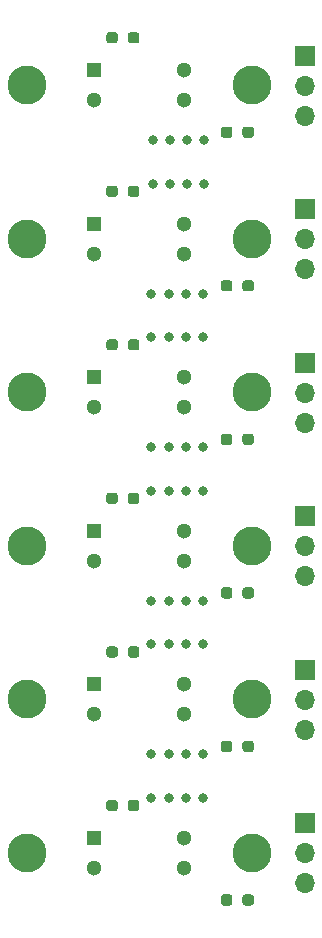
<source format=gbr>
%TF.GenerationSoftware,KiCad,Pcbnew,(5.1.10)-1*%
%TF.CreationDate,2021-10-07T19:24:08+02:00*%
%TF.ProjectId,output.KSI_rotator_endstop,6f757470-7574-42e4-9b53-495f726f7461,rev?*%
%TF.SameCoordinates,Original*%
%TF.FileFunction,Soldermask,Top*%
%TF.FilePolarity,Negative*%
%FSLAX46Y46*%
G04 Gerber Fmt 4.6, Leading zero omitted, Abs format (unit mm)*
G04 Created by KiCad (PCBNEW (5.1.10)-1) date 2021-10-07 19:24:08*
%MOMM*%
%LPD*%
G01*
G04 APERTURE LIST*
%ADD10C,3.300000*%
%ADD11C,1.300000*%
%ADD12R,1.300000X1.300000*%
%ADD13O,1.700000X1.700000*%
%ADD14R,1.700000X1.700000*%
%ADD15C,0.800000*%
G04 APERTURE END LIST*
D10*
%TO.C,U1*%
X147700000Y-153500000D03*
X128700000Y-153500000D03*
D11*
X142000000Y-154770000D03*
X142000000Y-152230000D03*
X134400000Y-154770000D03*
D12*
X134400000Y-152230000D03*
%TD*%
D10*
%TO.C,U1*%
X147700000Y-140500000D03*
X128700000Y-140500000D03*
D11*
X142000000Y-141770000D03*
X142000000Y-139230000D03*
X134400000Y-141770000D03*
D12*
X134400000Y-139230000D03*
%TD*%
D10*
%TO.C,U1*%
X147700000Y-127500000D03*
X128700000Y-127500000D03*
D11*
X142000000Y-128770000D03*
X142000000Y-126230000D03*
X134400000Y-128770000D03*
D12*
X134400000Y-126230000D03*
%TD*%
D10*
%TO.C,U1*%
X147700000Y-114500000D03*
X128700000Y-114500000D03*
D11*
X142000000Y-115770000D03*
X142000000Y-113230000D03*
X134400000Y-115770000D03*
D12*
X134400000Y-113230000D03*
%TD*%
D10*
%TO.C,U1*%
X147700000Y-101500000D03*
X128700000Y-101500000D03*
D11*
X142000000Y-102770000D03*
X142000000Y-100230000D03*
X134400000Y-102770000D03*
D12*
X134400000Y-100230000D03*
%TD*%
D10*
%TO.C,U1*%
X147700000Y-88500000D03*
X128700000Y-88500000D03*
D11*
X142000000Y-89770000D03*
X142000000Y-87230000D03*
X134400000Y-89770000D03*
D12*
X134400000Y-87230000D03*
%TD*%
D13*
%TO.C,J1*%
X152200000Y-156080000D03*
X152200000Y-153540000D03*
D14*
X152200000Y-151000000D03*
%TD*%
%TO.C,R1*%
G36*
G01*
X137225000Y-149737500D02*
X137225000Y-149262500D01*
G75*
G02*
X137462500Y-149025000I237500J0D01*
G01*
X137962500Y-149025000D01*
G75*
G02*
X138200000Y-149262500I0J-237500D01*
G01*
X138200000Y-149737500D01*
G75*
G02*
X137962500Y-149975000I-237500J0D01*
G01*
X137462500Y-149975000D01*
G75*
G02*
X137225000Y-149737500I0J237500D01*
G01*
G37*
G36*
G01*
X135400000Y-149737500D02*
X135400000Y-149262500D01*
G75*
G02*
X135637500Y-149025000I237500J0D01*
G01*
X136137500Y-149025000D01*
G75*
G02*
X136375000Y-149262500I0J-237500D01*
G01*
X136375000Y-149737500D01*
G75*
G02*
X136137500Y-149975000I-237500J0D01*
G01*
X135637500Y-149975000D01*
G75*
G02*
X135400000Y-149737500I0J237500D01*
G01*
G37*
%TD*%
%TO.C,R2*%
G36*
G01*
X146925000Y-157737500D02*
X146925000Y-157262500D01*
G75*
G02*
X147162500Y-157025000I237500J0D01*
G01*
X147662500Y-157025000D01*
G75*
G02*
X147900000Y-157262500I0J-237500D01*
G01*
X147900000Y-157737500D01*
G75*
G02*
X147662500Y-157975000I-237500J0D01*
G01*
X147162500Y-157975000D01*
G75*
G02*
X146925000Y-157737500I0J237500D01*
G01*
G37*
G36*
G01*
X145100000Y-157737500D02*
X145100000Y-157262500D01*
G75*
G02*
X145337500Y-157025000I237500J0D01*
G01*
X145837500Y-157025000D01*
G75*
G02*
X146075000Y-157262500I0J-237500D01*
G01*
X146075000Y-157737500D01*
G75*
G02*
X145837500Y-157975000I-237500J0D01*
G01*
X145337500Y-157975000D01*
G75*
G02*
X145100000Y-157737500I0J237500D01*
G01*
G37*
%TD*%
D13*
%TO.C,J1*%
X152200000Y-143080000D03*
X152200000Y-140540000D03*
D14*
X152200000Y-138000000D03*
%TD*%
%TO.C,R1*%
G36*
G01*
X137225000Y-136737500D02*
X137225000Y-136262500D01*
G75*
G02*
X137462500Y-136025000I237500J0D01*
G01*
X137962500Y-136025000D01*
G75*
G02*
X138200000Y-136262500I0J-237500D01*
G01*
X138200000Y-136737500D01*
G75*
G02*
X137962500Y-136975000I-237500J0D01*
G01*
X137462500Y-136975000D01*
G75*
G02*
X137225000Y-136737500I0J237500D01*
G01*
G37*
G36*
G01*
X135400000Y-136737500D02*
X135400000Y-136262500D01*
G75*
G02*
X135637500Y-136025000I237500J0D01*
G01*
X136137500Y-136025000D01*
G75*
G02*
X136375000Y-136262500I0J-237500D01*
G01*
X136375000Y-136737500D01*
G75*
G02*
X136137500Y-136975000I-237500J0D01*
G01*
X135637500Y-136975000D01*
G75*
G02*
X135400000Y-136737500I0J237500D01*
G01*
G37*
%TD*%
%TO.C,R2*%
G36*
G01*
X146925000Y-144737500D02*
X146925000Y-144262500D01*
G75*
G02*
X147162500Y-144025000I237500J0D01*
G01*
X147662500Y-144025000D01*
G75*
G02*
X147900000Y-144262500I0J-237500D01*
G01*
X147900000Y-144737500D01*
G75*
G02*
X147662500Y-144975000I-237500J0D01*
G01*
X147162500Y-144975000D01*
G75*
G02*
X146925000Y-144737500I0J237500D01*
G01*
G37*
G36*
G01*
X145100000Y-144737500D02*
X145100000Y-144262500D01*
G75*
G02*
X145337500Y-144025000I237500J0D01*
G01*
X145837500Y-144025000D01*
G75*
G02*
X146075000Y-144262500I0J-237500D01*
G01*
X146075000Y-144737500D01*
G75*
G02*
X145837500Y-144975000I-237500J0D01*
G01*
X145337500Y-144975000D01*
G75*
G02*
X145100000Y-144737500I0J237500D01*
G01*
G37*
%TD*%
D13*
%TO.C,J1*%
X152200000Y-130080000D03*
X152200000Y-127540000D03*
D14*
X152200000Y-125000000D03*
%TD*%
%TO.C,R1*%
G36*
G01*
X137225000Y-123737500D02*
X137225000Y-123262500D01*
G75*
G02*
X137462500Y-123025000I237500J0D01*
G01*
X137962500Y-123025000D01*
G75*
G02*
X138200000Y-123262500I0J-237500D01*
G01*
X138200000Y-123737500D01*
G75*
G02*
X137962500Y-123975000I-237500J0D01*
G01*
X137462500Y-123975000D01*
G75*
G02*
X137225000Y-123737500I0J237500D01*
G01*
G37*
G36*
G01*
X135400000Y-123737500D02*
X135400000Y-123262500D01*
G75*
G02*
X135637500Y-123025000I237500J0D01*
G01*
X136137500Y-123025000D01*
G75*
G02*
X136375000Y-123262500I0J-237500D01*
G01*
X136375000Y-123737500D01*
G75*
G02*
X136137500Y-123975000I-237500J0D01*
G01*
X135637500Y-123975000D01*
G75*
G02*
X135400000Y-123737500I0J237500D01*
G01*
G37*
%TD*%
%TO.C,R2*%
G36*
G01*
X146925000Y-131737500D02*
X146925000Y-131262500D01*
G75*
G02*
X147162500Y-131025000I237500J0D01*
G01*
X147662500Y-131025000D01*
G75*
G02*
X147900000Y-131262500I0J-237500D01*
G01*
X147900000Y-131737500D01*
G75*
G02*
X147662500Y-131975000I-237500J0D01*
G01*
X147162500Y-131975000D01*
G75*
G02*
X146925000Y-131737500I0J237500D01*
G01*
G37*
G36*
G01*
X145100000Y-131737500D02*
X145100000Y-131262500D01*
G75*
G02*
X145337500Y-131025000I237500J0D01*
G01*
X145837500Y-131025000D01*
G75*
G02*
X146075000Y-131262500I0J-237500D01*
G01*
X146075000Y-131737500D01*
G75*
G02*
X145837500Y-131975000I-237500J0D01*
G01*
X145337500Y-131975000D01*
G75*
G02*
X145100000Y-131737500I0J237500D01*
G01*
G37*
%TD*%
D13*
%TO.C,J1*%
X152200000Y-117080000D03*
X152200000Y-114540000D03*
D14*
X152200000Y-112000000D03*
%TD*%
%TO.C,R1*%
G36*
G01*
X137225000Y-110737500D02*
X137225000Y-110262500D01*
G75*
G02*
X137462500Y-110025000I237500J0D01*
G01*
X137962500Y-110025000D01*
G75*
G02*
X138200000Y-110262500I0J-237500D01*
G01*
X138200000Y-110737500D01*
G75*
G02*
X137962500Y-110975000I-237500J0D01*
G01*
X137462500Y-110975000D01*
G75*
G02*
X137225000Y-110737500I0J237500D01*
G01*
G37*
G36*
G01*
X135400000Y-110737500D02*
X135400000Y-110262500D01*
G75*
G02*
X135637500Y-110025000I237500J0D01*
G01*
X136137500Y-110025000D01*
G75*
G02*
X136375000Y-110262500I0J-237500D01*
G01*
X136375000Y-110737500D01*
G75*
G02*
X136137500Y-110975000I-237500J0D01*
G01*
X135637500Y-110975000D01*
G75*
G02*
X135400000Y-110737500I0J237500D01*
G01*
G37*
%TD*%
%TO.C,R2*%
G36*
G01*
X146925000Y-118737500D02*
X146925000Y-118262500D01*
G75*
G02*
X147162500Y-118025000I237500J0D01*
G01*
X147662500Y-118025000D01*
G75*
G02*
X147900000Y-118262500I0J-237500D01*
G01*
X147900000Y-118737500D01*
G75*
G02*
X147662500Y-118975000I-237500J0D01*
G01*
X147162500Y-118975000D01*
G75*
G02*
X146925000Y-118737500I0J237500D01*
G01*
G37*
G36*
G01*
X145100000Y-118737500D02*
X145100000Y-118262500D01*
G75*
G02*
X145337500Y-118025000I237500J0D01*
G01*
X145837500Y-118025000D01*
G75*
G02*
X146075000Y-118262500I0J-237500D01*
G01*
X146075000Y-118737500D01*
G75*
G02*
X145837500Y-118975000I-237500J0D01*
G01*
X145337500Y-118975000D01*
G75*
G02*
X145100000Y-118737500I0J237500D01*
G01*
G37*
%TD*%
D13*
%TO.C,J1*%
X152200000Y-104080000D03*
X152200000Y-101540000D03*
D14*
X152200000Y-99000000D03*
%TD*%
%TO.C,R1*%
G36*
G01*
X137225000Y-97737500D02*
X137225000Y-97262500D01*
G75*
G02*
X137462500Y-97025000I237500J0D01*
G01*
X137962500Y-97025000D01*
G75*
G02*
X138200000Y-97262500I0J-237500D01*
G01*
X138200000Y-97737500D01*
G75*
G02*
X137962500Y-97975000I-237500J0D01*
G01*
X137462500Y-97975000D01*
G75*
G02*
X137225000Y-97737500I0J237500D01*
G01*
G37*
G36*
G01*
X135400000Y-97737500D02*
X135400000Y-97262500D01*
G75*
G02*
X135637500Y-97025000I237500J0D01*
G01*
X136137500Y-97025000D01*
G75*
G02*
X136375000Y-97262500I0J-237500D01*
G01*
X136375000Y-97737500D01*
G75*
G02*
X136137500Y-97975000I-237500J0D01*
G01*
X135637500Y-97975000D01*
G75*
G02*
X135400000Y-97737500I0J237500D01*
G01*
G37*
%TD*%
%TO.C,R2*%
G36*
G01*
X146925000Y-105737500D02*
X146925000Y-105262500D01*
G75*
G02*
X147162500Y-105025000I237500J0D01*
G01*
X147662500Y-105025000D01*
G75*
G02*
X147900000Y-105262500I0J-237500D01*
G01*
X147900000Y-105737500D01*
G75*
G02*
X147662500Y-105975000I-237500J0D01*
G01*
X147162500Y-105975000D01*
G75*
G02*
X146925000Y-105737500I0J237500D01*
G01*
G37*
G36*
G01*
X145100000Y-105737500D02*
X145100000Y-105262500D01*
G75*
G02*
X145337500Y-105025000I237500J0D01*
G01*
X145837500Y-105025000D01*
G75*
G02*
X146075000Y-105262500I0J-237500D01*
G01*
X146075000Y-105737500D01*
G75*
G02*
X145837500Y-105975000I-237500J0D01*
G01*
X145337500Y-105975000D01*
G75*
G02*
X145100000Y-105737500I0J237500D01*
G01*
G37*
%TD*%
D13*
%TO.C,J1*%
X152200000Y-91080000D03*
X152200000Y-88540000D03*
D14*
X152200000Y-86000000D03*
%TD*%
%TO.C,R2*%
G36*
G01*
X146925000Y-92737500D02*
X146925000Y-92262500D01*
G75*
G02*
X147162500Y-92025000I237500J0D01*
G01*
X147662500Y-92025000D01*
G75*
G02*
X147900000Y-92262500I0J-237500D01*
G01*
X147900000Y-92737500D01*
G75*
G02*
X147662500Y-92975000I-237500J0D01*
G01*
X147162500Y-92975000D01*
G75*
G02*
X146925000Y-92737500I0J237500D01*
G01*
G37*
G36*
G01*
X145100000Y-92737500D02*
X145100000Y-92262500D01*
G75*
G02*
X145337500Y-92025000I237500J0D01*
G01*
X145837500Y-92025000D01*
G75*
G02*
X146075000Y-92262500I0J-237500D01*
G01*
X146075000Y-92737500D01*
G75*
G02*
X145837500Y-92975000I-237500J0D01*
G01*
X145337500Y-92975000D01*
G75*
G02*
X145100000Y-92737500I0J237500D01*
G01*
G37*
%TD*%
%TO.C,R1*%
G36*
G01*
X137225000Y-84737500D02*
X137225000Y-84262500D01*
G75*
G02*
X137462500Y-84025000I237500J0D01*
G01*
X137962500Y-84025000D01*
G75*
G02*
X138200000Y-84262500I0J-237500D01*
G01*
X138200000Y-84737500D01*
G75*
G02*
X137962500Y-84975000I-237500J0D01*
G01*
X137462500Y-84975000D01*
G75*
G02*
X137225000Y-84737500I0J237500D01*
G01*
G37*
G36*
G01*
X135400000Y-84737500D02*
X135400000Y-84262500D01*
G75*
G02*
X135637500Y-84025000I237500J0D01*
G01*
X136137500Y-84025000D01*
G75*
G02*
X136375000Y-84262500I0J-237500D01*
G01*
X136375000Y-84737500D01*
G75*
G02*
X136137500Y-84975000I-237500J0D01*
G01*
X135637500Y-84975000D01*
G75*
G02*
X135400000Y-84737500I0J237500D01*
G01*
G37*
%TD*%
D15*
%TO.C,*%
X139212232Y-119150000D03*
X140670741Y-119150000D03*
X142129250Y-119150000D03*
X143587759Y-119150000D03*
%TD*%
%TO.C,*%
X143587758Y-122850000D03*
X142129249Y-122850000D03*
X140670740Y-122850000D03*
X139212231Y-122850000D03*
%TD*%
%TO.C,*%
X139212232Y-132150000D03*
X140670741Y-132150000D03*
X142129250Y-132150000D03*
X143587759Y-132150000D03*
%TD*%
%TO.C,*%
X143587758Y-135850000D03*
X142129249Y-135850000D03*
X140670740Y-135850000D03*
X139212231Y-135850000D03*
%TD*%
%TO.C,*%
X139212232Y-145150000D03*
X140670741Y-145150000D03*
X142129250Y-145150000D03*
X143587759Y-145150000D03*
%TD*%
%TO.C,*%
X143587758Y-148850000D03*
X142129249Y-148850000D03*
X140670740Y-148850000D03*
X139212231Y-148850000D03*
%TD*%
%TO.C,*%
X139312252Y-93150000D03*
X140770754Y-93150000D03*
X142229256Y-93150000D03*
X143687758Y-93150000D03*
%TD*%
%TO.C,*%
X143687748Y-96850000D03*
X142229246Y-96850000D03*
X140770744Y-96850000D03*
X139312242Y-96850000D03*
%TD*%
%TO.C,*%
X139212232Y-106150000D03*
X140670741Y-106150000D03*
X142129250Y-106150000D03*
X143587759Y-106150000D03*
%TD*%
%TO.C,*%
X143587758Y-109850000D03*
X142129249Y-109850000D03*
X140670740Y-109850000D03*
X139212231Y-109850000D03*
%TD*%
M02*

</source>
